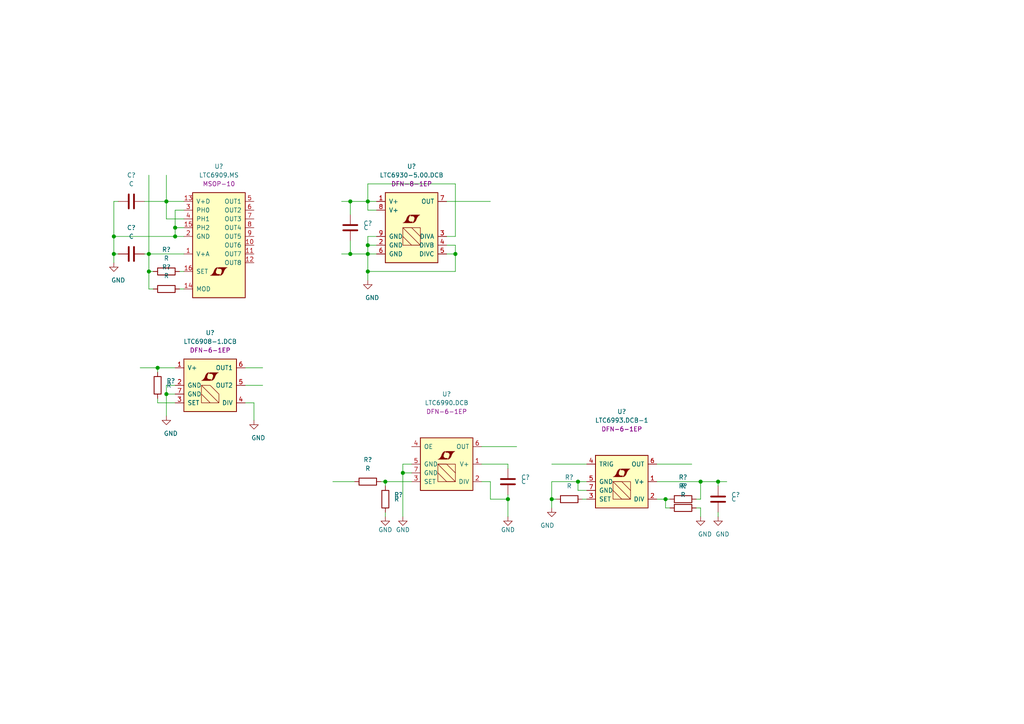
<source format=kicad_sch>
(kicad_sch (version 20201015) (generator eeschema)
  (paper "A4")
  (lib_symbols
    (symbol "ADI_Timing:LTC6908-1.DCB" (pin_names (offset 1.016))
      (property "Reference" "U" (at -7.62 11.43 0))
      (property "Value" "LTC6908-1.DCB" (at -7.62 8.89 0))
      (property "Datasheet" "http://www.linear.com/product/LTC6908-1" (at 15.24 -22.86 0))
      (symbol "LTC6908-1.DCB_0_0"
        (polyline (pts (xy 0.2032 1.5494) (xy 0.2286 1.5748) (xy 0.2794 1.6764) (xy 0.2794 1.7018) (xy 0.1524 1.7018) (xy 0.0508 1.7272) (xy -0.4064 1.7272) (xy -0.4318 1.7526) (xy -0.6858 1.8796) (xy -0.7874 1.9812) (xy -0.8636 2.1082) (xy -0.9144 2.2098) (xy -0.9144 2.5146) (xy -0.8636 2.667) (xy -0.8382 2.7686) (xy -0.8128 2.8448) (xy -0.762 2.9718) (xy -0.7112 3.1242) (xy -0.635 3.2512) (xy -0.5842 3.3782) (xy -0.508 3.4798) (xy -0.4572 3.5814) (xy -0.3302 3.7084) (xy -0.508 3.7084) (xy -0.635 3.6576) (xy -0.7366 3.6068) (xy -0.8128 3.556) (xy -0.9398 3.4544) (xy -1.1176 3.2766) (xy -1.3716 2.8194) (xy -1.4732 2.54) (xy -1.4732 2.4892) (xy -1.524 2.3876) (xy -1.5748 2.2606) (xy -1.6256 2.159) (xy -1.7526 1.9812) (xy -1.905 1.778) (xy -2.0574 1.6256) (xy -2.2098 1.4986) (xy -2.3876 1.4224) (xy -2.54 1.3716) (xy 0.127 1.3716) (xy 0.2032 1.5494)) (stroke (width 0.0254)) (fill (type outline)))
        (polyline (pts (xy 0.4064 1.397) (xy 0.4826 1.397) (xy 0.6604 1.4732) (xy 0.8128 1.5748) (xy 1.0922 1.8542) (xy 1.2192 2.0574) (xy 1.3208 2.2606) (xy 1.397 2.5146) (xy 1.4224 2.5146) (xy 1.4986 2.7686) (xy 1.7526 3.175) (xy 1.905 3.3528) (xy 2.0574 3.5052) (xy 2.2098 3.6068) (xy 2.3876 3.683) (xy 2.413 3.683) (xy 2.413 3.7084) (xy -0.1524 3.7084) (xy -0.2286 3.556) (xy -0.254 3.5306) (xy -0.3048 3.429) (xy -0.3302 3.4036) (xy -0.2794 3.4036) (xy -0.2286 3.3782) (xy 0.3048 3.3782) (xy 0.3556 3.3528) (xy 0.4064 3.3528) (xy 0.4826 3.3274) (xy 0.6096 3.2512) (xy 0.7366 3.1496) (xy 0.8128 3.0226) (xy 0.8382 2.9718) (xy 0.8636 2.9464) (xy 0.8636 2.54) (xy 0.8382 2.4892) (xy 0.8382 2.413) (xy 0.7874 2.3114) (xy 0.762 2.1844) (xy 0.6858 2.032) (xy 0.635 1.8796) (xy 0.4826 1.6256) (xy 0.4318 1.524) (xy 0.2794 1.3716) (xy 0.4064 1.397)) (stroke (width 0.0254)) (fill (type outline)))
      )
      (symbol "LTC6908-1.DCB_0_1"
        (rectangle (start -7.62 7.62) (end 7.62 -7.62) (stroke (width 0.254)) (fill (type background)))
        (polyline (pts (xy 0 0) (xy -2.54 0) (xy -2.54 -5.08) (xy 2.54 -5.08) (xy 2.54 -2.54) (xy 0 0) (xy -2.54 0) (xy 2.54 -5.08) (xy 0 -5.08) (xy -2.54 -2.54)))
      )
      (symbol "LTC6908-1.DCB_1_1"
        (pin power_in line (at -10.16 5.08 0) (length 2.54) (name "V+") (number "1"))
        (pin power_in line (at -10.16 0 0) (length 2.54) (name "GND") (number "2"))
        (pin passive line (at -10.16 -5.08 0) (length 2.54) (name "SET") (number "3"))
        (pin passive line (at 10.16 -5.08 180) (length 2.54) (name "DIV") (number "4"))
        (pin output line (at 10.16 0 180) (length 2.54) (name "OUT2") (number "5"))
        (pin output line (at 10.16 5.08 180) (length 2.54) (name "OUT1") (number "6"))
        (pin power_in line (at -10.16 -2.54 0) (length 2.54) (name "GND") (number "7"))
      )
    )
    (symbol "ADI_Timing:LTC6909.MS" (pin_names (offset 1.016))
      (property "Reference" "U" (at -7.62 19.05 0))
      (property "Value" "LTC6909.MS" (at -7.62 16.51 0))
      (property "Datasheet" "http://www.linear.com/product/LTC6909" (at 15.24 -22.86 0))
      (symbol "LTC6909.MS_0_0"
        (polyline (pts (xy 0.2032 -8.6106) (xy 0.2286 -8.5852) (xy 0.2794 -8.4836) (xy 0.2794 -8.4582) (xy 0.1524 -8.4582) (xy 0.0508 -8.4328) (xy -0.4064 -8.4328) (xy -0.4318 -8.4074) (xy -0.6858 -8.2804) (xy -0.7874 -8.1788) (xy -0.8636 -8.0518) (xy -0.9144 -7.9502) (xy -0.9144 -7.6454) (xy -0.8636 -7.493) (xy -0.8382 -7.3914) (xy -0.8128 -7.3152) (xy -0.762 -7.1882) (xy -0.7112 -7.0358) (xy -0.635 -6.9088) (xy -0.5842 -6.7818) (xy -0.508 -6.6802) (xy -0.4572 -6.5786) (xy -0.3302 -6.4516) (xy -0.508 -6.4516) (xy -0.635 -6.5024) (xy -0.7366 -6.5532) (xy -0.8128 -6.604) (xy -0.9398 -6.7056) (xy -1.1176 -6.8834) (xy -1.3716 -7.3406) (xy -1.4732 -7.62) (xy -1.4732 -7.6708) (xy -1.524 -7.7724) (xy -1.5748 -7.8994) (xy -1.6256 -8.001) (xy -1.7526 -8.1788) (xy -1.905 -8.382) (xy -2.0574 -8.5344) (xy -2.2098 -8.6614) (xy -2.3876 -8.7376) (xy -2.54 -8.7884) (xy 0.127 -8.7884) (xy 0.2032 -8.6106)) (stroke (width 0.0254)) (fill (type outline)))
        (polyline (pts (xy 0.4064 -8.763) (xy 0.4826 -8.763) (xy 0.6604 -8.6868) (xy 0.8128 -8.5852) (xy 1.0922 -8.3058) (xy 1.2192 -8.1026) (xy 1.3208 -7.8994) (xy 1.397 -7.6454) (xy 1.4224 -7.6454) (xy 1.4986 -7.3914) (xy 1.7526 -6.985) (xy 1.905 -6.8072) (xy 2.0574 -6.6548) (xy 2.2098 -6.5532) (xy 2.3876 -6.477) (xy 2.413 -6.477) (xy 2.413 -6.4516) (xy -0.1524 -6.4516) (xy -0.2286 -6.604) (xy -0.254 -6.6294) (xy -0.3048 -6.731) (xy -0.3302 -6.7564) (xy -0.2794 -6.7564) (xy -0.2286 -6.7818) (xy 0.3048 -6.7818) (xy 0.3556 -6.8072) (xy 0.4064 -6.8072) (xy 0.4826 -6.8326) (xy 0.6096 -6.9088) (xy 0.7366 -7.0104) (xy 0.8128 -7.1374) (xy 0.8382 -7.1882) (xy 0.8636 -7.2136) (xy 0.8636 -7.62) (xy 0.8382 -7.6708) (xy 0.8382 -7.747) (xy 0.7874 -7.8486) (xy 0.762 -7.9756) (xy 0.6858 -8.128) (xy 0.635 -8.2804) (xy 0.4826 -8.5344) (xy 0.4318 -8.636) (xy 0.2794 -8.7884) (xy 0.4064 -8.763)) (stroke (width 0.0254)) (fill (type outline)))
      )
      (symbol "LTC6909.MS_0_1"
        (rectangle (start -7.62 15.24) (end 7.62 -15.24) (stroke (width 0.254)) (fill (type background)))
      )
      (symbol "LTC6909.MS_1_1"
        (pin power_in line (at -10.16 -2.54 0) (length 2.54) (name "V+A") (number "1"))
        (pin power_in line (at -10.16 2.54 0) (length 2.54) (name "GND") (number "2"))
        (pin input line (at -10.16 10.16 0) (length 2.54) (name "PH0") (number "3"))
        (pin input line (at -10.16 7.62 0) (length 2.54) (name "PH1") (number "4"))
        (pin output line (at 10.16 12.7 180) (length 2.54) (name "OUT1") (number "5"))
        (pin output line (at 10.16 10.16 180) (length 2.54) (name "OUT2") (number "6"))
        (pin output line (at 10.16 7.62 180) (length 2.54) (name "OUT3") (number "7"))
        (pin output line (at 10.16 5.08 180) (length 2.54) (name "OUT4") (number "8"))
        (pin output line (at 10.16 2.54 180) (length 2.54) (name "OUT5") (number "9"))
        (pin output line (at 10.16 0 180) (length 2.54) (name "OUT6") (number "10"))
        (pin output line (at 10.16 -2.54 180) (length 2.54) (name "OUT7") (number "11"))
        (pin output line (at 10.16 -5.08 180) (length 2.54) (name "OUT8") (number "12"))
        (pin power_in line (at -10.16 12.7 0) (length 2.54) (name "V+D") (number "13"))
        (pin passive line (at -10.16 -12.7 0) (length 2.54) (name "MOD") (number "14"))
        (pin input line (at -10.16 5.08 0) (length 2.54) (name "PH2") (number "15"))
        (pin passive line (at -10.16 -7.62 0) (length 2.54) (name "SET") (number "16"))
      )
    )
    (symbol "ADI_Timing:LTC6930-5.00.DCB" (pin_names (offset 1.016))
      (property "Reference" "U" (at -7.62 13.97 0))
      (property "Value" "LTC6930-5.00.DCB" (at -7.62 11.43 0))
      (property "Datasheet" "http://www.linear.com/product/LTC6930" (at 15.24 -22.86 0))
      (symbol "LTC6930-5.00.DCB_0_0"
        (polyline (pts (xy 0.2032 1.5494) (xy 0.2286 1.5748) (xy 0.2794 1.6764) (xy 0.2794 1.7018) (xy 0.1524 1.7018) (xy 0.0508 1.7272) (xy -0.4064 1.7272) (xy -0.4318 1.7526) (xy -0.6858 1.8796) (xy -0.7874 1.9812) (xy -0.8636 2.1082) (xy -0.9144 2.2098) (xy -0.9144 2.5146) (xy -0.8636 2.667) (xy -0.8382 2.7686) (xy -0.8128 2.8448) (xy -0.762 2.9718) (xy -0.7112 3.1242) (xy -0.635 3.2512) (xy -0.5842 3.3782) (xy -0.508 3.4798) (xy -0.4572 3.5814) (xy -0.3302 3.7084) (xy -0.508 3.7084) (xy -0.635 3.6576) (xy -0.7366 3.6068) (xy -0.8128 3.556) (xy -0.9398 3.4544) (xy -1.1176 3.2766) (xy -1.3716 2.8194) (xy -1.4732 2.54) (xy -1.4732 2.4892) (xy -1.524 2.3876) (xy -1.5748 2.2606) (xy -1.6256 2.159) (xy -1.7526 1.9812) (xy -1.905 1.778) (xy -2.0574 1.6256) (xy -2.2098 1.4986) (xy -2.3876 1.4224) (xy -2.54 1.3716) (xy 0.127 1.3716) (xy 0.2032 1.5494)) (stroke (width 0.0254)) (fill (type outline)))
        (polyline (pts (xy 0.4064 1.397) (xy 0.4826 1.397) (xy 0.6604 1.4732) (xy 0.8128 1.5748) (xy 1.0922 1.8542) (xy 1.2192 2.0574) (xy 1.3208 2.2606) (xy 1.397 2.5146) (xy 1.4224 2.5146) (xy 1.4986 2.7686) (xy 1.7526 3.175) (xy 1.905 3.3528) (xy 2.0574 3.5052) (xy 2.2098 3.6068) (xy 2.3876 3.683) (xy 2.413 3.683) (xy 2.413 3.7084) (xy -0.1524 3.7084) (xy -0.2286 3.556) (xy -0.254 3.5306) (xy -0.3048 3.429) (xy -0.3302 3.4036) (xy -0.2794 3.4036) (xy -0.2286 3.3782) (xy 0.3048 3.3782) (xy 0.3556 3.3528) (xy 0.4064 3.3528) (xy 0.4826 3.3274) (xy 0.6096 3.2512) (xy 0.7366 3.1496) (xy 0.8128 3.0226) (xy 0.8382 2.9718) (xy 0.8636 2.9464) (xy 0.8636 2.54) (xy 0.8382 2.4892) (xy 0.8382 2.413) (xy 0.7874 2.3114) (xy 0.762 2.1844) (xy 0.6858 2.032) (xy 0.635 1.8796) (xy 0.4826 1.6256) (xy 0.4318 1.524) (xy 0.2794 1.3716) (xy 0.4064 1.397)) (stroke (width 0.0254)) (fill (type outline)))
      )
      (symbol "LTC6930-5.00.DCB_0_1"
        (rectangle (start -7.62 10.16) (end 7.62 -10.16) (stroke (width 0.254)) (fill (type background)))
        (rectangle (start 2.54 0) (end -2.54 -5.08))
        (polyline (pts (xy -2.54 -2.54) (xy 0 -5.08) (xy 2.54 -5.08) (xy -2.54 0) (xy 0 0) (xy 2.54 -2.54)))
      )
      (symbol "LTC6930-5.00.DCB_0_2"
        (rectangle (start -7.62 7.62) (end 7.62 -7.62) (stroke (width 0.254)) (fill (type background)))
        (rectangle (start -2.54 -5.08) (end 2.54 0))
        (polyline (pts (xy -2.54 -2.54) (xy 0 -5.08) (xy 2.54 -5.08) (xy -2.54 0) (xy 0 0) (xy 2.54 -2.54)))
      )
      (symbol "LTC6930-5.00.DCB_1_1"
        (pin power_in line (at -10.16 7.62 0) (length 2.54) (name "V+") (number "1"))
        (pin power_in line (at -10.16 -5.08 0) (length 2.54) (name "GND") (number "2"))
        (pin input line (at 10.16 -2.54 180) (length 2.54) (name "DIVA") (number "3"))
        (pin input line (at 10.16 -5.08 180) (length 2.54) (name "DIVB") (number "4"))
        (pin input line (at 10.16 -7.62 180) (length 2.54) (name "DIVC") (number "5"))
        (pin power_in line (at -10.16 -7.62 0) (length 2.54) (name "GND") (number "6"))
        (pin output line (at 10.16 7.62 180) (length 2.54) (name "OUT") (number "7"))
        (pin power_in line (at -10.16 5.08 0) (length 2.54) (name "V+") (number "8"))
        (pin power_in line (at -10.16 -2.54 0) (length 2.54) (name "GND") (number "9"))
      )
      (symbol "LTC6930-5.00.DCB_1_2"
        (pin power_in line (at -10.16 5.08 0) (length 2.54) (name "V+") (number "1"))
        (pin power_in line (at -10.16 -2.54 0) (length 2.54) (name "GND") (number "2"))
        (pin input line (at 10.16 0 180) (length 2.54) (name "DIVA") (number "3"))
        (pin input line (at 10.16 -2.54 180) (length 2.54) (name "DIVB") (number "4"))
        (pin input line (at 10.16 -5.08 180) (length 2.54) (name "DIVC") (number "5"))
        (pin power_in line (at -10.16 -5.08 0) (length 2.54) (name "GND") (number "6"))
        (pin output line (at 10.16 5.08 180) (length 2.54) (name "OUT") (number "7"))
        (pin power_in line (at -10.16 2.54 0) (length 2.54) (name "V+") (number "8"))
        (pin power_in line (at -10.16 0 0) (length 2.54) (name "GND") (number "9"))
      )
    )
    (symbol "ADI_Timing:LTC6990.DCB" (pin_names (offset 1.016))
      (property "Reference" "U" (at -7.62 11.43 0))
      (property "Value" "LTC6990.DCB" (at -7.62 8.89 0))
      (property "Datasheet" "http://www.linear.com/product/LTC6990" (at 15.24 -22.86 0))
      (symbol "LTC6990.DCB_0_0"
        (polyline (pts (xy 0.2032 1.5494) (xy 0.2286 1.5748) (xy 0.2794 1.6764) (xy 0.2794 1.7018) (xy 0.1524 1.7018) (xy 0.0508 1.7272) (xy -0.4064 1.7272) (xy -0.4318 1.7526) (xy -0.6858 1.8796) (xy -0.7874 1.9812) (xy -0.8636 2.1082) (xy -0.9144 2.2098) (xy -0.9144 2.5146) (xy -0.8636 2.667) (xy -0.8382 2.7686) (xy -0.8128 2.8448) (xy -0.762 2.9718) (xy -0.7112 3.1242) (xy -0.635 3.2512) (xy -0.5842 3.3782) (xy -0.508 3.4798) (xy -0.4572 3.5814) (xy -0.3302 3.7084) (xy -0.508 3.7084) (xy -0.635 3.6576) (xy -0.7366 3.6068) (xy -0.8128 3.556) (xy -0.9398 3.4544) (xy -1.1176 3.2766) (xy -1.3716 2.8194) (xy -1.4732 2.54) (xy -1.4732 2.4892) (xy -1.524 2.3876) (xy -1.5748 2.2606) (xy -1.6256 2.159) (xy -1.7526 1.9812) (xy -1.905 1.778) (xy -2.0574 1.6256) (xy -2.2098 1.4986) (xy -2.3876 1.4224) (xy -2.54 1.3716) (xy 0.127 1.3716) (xy 0.2032 1.5494)) (stroke (width 0.0254)) (fill (type outline)))
        (polyline (pts (xy 0.4064 1.397) (xy 0.4826 1.397) (xy 0.6604 1.4732) (xy 0.8128 1.5748) (xy 1.0922 1.8542) (xy 1.2192 2.0574) (xy 1.3208 2.2606) (xy 1.397 2.5146) (xy 1.4224 2.5146) (xy 1.4986 2.7686) (xy 1.7526 3.175) (xy 1.905 3.3528) (xy 2.0574 3.5052) (xy 2.2098 3.6068) (xy 2.3876 3.683) (xy 2.413 3.683) (xy 2.413 3.7084) (xy -0.1524 3.7084) (xy -0.2286 3.556) (xy -0.254 3.5306) (xy -0.3048 3.429) (xy -0.3302 3.4036) (xy -0.2794 3.4036) (xy -0.2286 3.3782) (xy 0.3048 3.3782) (xy 0.3556 3.3528) (xy 0.4064 3.3528) (xy 0.4826 3.3274) (xy 0.6096 3.2512) (xy 0.7366 3.1496) (xy 0.8128 3.0226) (xy 0.8382 2.9718) (xy 0.8636 2.9464) (xy 0.8636 2.54) (xy 0.8382 2.4892) (xy 0.8382 2.413) (xy 0.7874 2.3114) (xy 0.762 2.1844) (xy 0.6858 2.032) (xy 0.635 1.8796) (xy 0.4826 1.6256) (xy 0.4318 1.524) (xy 0.2794 1.3716) (xy 0.4064 1.397)) (stroke (width 0.0254)) (fill (type outline)))
      )
      (symbol "LTC6990.DCB_0_1"
        (rectangle (start -7.62 7.62) (end 7.62 -7.62) (stroke (width 0.254)) (fill (type background)))
        (rectangle (start -2.54 -5.08) (end 2.54 0))
        (polyline (pts (xy -2.54 -2.54) (xy 0 -5.08) (xy 2.54 -5.08) (xy -2.54 0) (xy 0 0) (xy 2.54 -2.54)))
      )
      (symbol "LTC6990.DCB_1_1"
        (pin power_in line (at 10.16 0 180) (length 2.54) (name "V+") (number "1"))
        (pin passive line (at 10.16 -5.08 180) (length 2.54) (name "DIV") (number "2"))
        (pin passive line (at -10.16 -5.08 0) (length 2.54) (name "SET") (number "3"))
        (pin passive line (at -10.16 5.08 0) (length 2.54) (name "OE") (number "4"))
        (pin power_in line (at -10.16 0 0) (length 2.54) (name "GND") (number "5"))
        (pin output line (at 10.16 5.08 180) (length 2.54) (name "OUT") (number "6"))
        (pin power_in line (at -10.16 -2.54 0) (length 2.54) (name "GND") (number "7"))
      )
    )
    (symbol "ADI_Timing:LTC6993.DCB-1" (pin_names (offset 1.016))
      (property "Reference" "U" (at -7.62 11.43 0))
      (property "Value" "LTC6993.DCB-1" (at -7.62 8.89 0))
      (property "Datasheet" "http://www.linear.com/product/LTC6993-1" (at 15.24 -17.78 0))
      (symbol "LTC6993.DCB-1_0_0"
        (polyline (pts (xy 0.2032 1.5494) (xy 0.2286 1.5748) (xy 0.2794 1.6764) (xy 0.2794 1.7018) (xy 0.1524 1.7018) (xy 0.0508 1.7272) (xy -0.4064 1.7272) (xy -0.4318 1.7526) (xy -0.6858 1.8796) (xy -0.7874 1.9812) (xy -0.8636 2.1082) (xy -0.9144 2.2098) (xy -0.9144 2.5146) (xy -0.8636 2.667) (xy -0.8382 2.7686) (xy -0.8128 2.8448) (xy -0.762 2.9718) (xy -0.7112 3.1242) (xy -0.635 3.2512) (xy -0.5842 3.3782) (xy -0.508 3.4798) (xy -0.4572 3.5814) (xy -0.3302 3.7084) (xy -0.508 3.7084) (xy -0.635 3.6576) (xy -0.7366 3.6068) (xy -0.8128 3.556) (xy -0.9398 3.4544) (xy -1.1176 3.2766) (xy -1.3716 2.8194) (xy -1.4732 2.54) (xy -1.4732 2.4892) (xy -1.524 2.3876) (xy -1.5748 2.2606) (xy -1.6256 2.159) (xy -1.7526 1.9812) (xy -1.905 1.778) (xy -2.0574 1.6256) (xy -2.2098 1.4986) (xy -2.3876 1.4224) (xy -2.54 1.3716) (xy 0.127 1.3716) (xy 0.2032 1.5494)) (stroke (width 0.0254)) (fill (type outline)))
        (polyline (pts (xy 0.4064 1.397) (xy 0.4826 1.397) (xy 0.6604 1.4732) (xy 0.8128 1.5748) (xy 1.0922 1.8542) (xy 1.2192 2.0574) (xy 1.3208 2.2606) (xy 1.397 2.5146) (xy 1.4224 2.5146) (xy 1.4986 2.7686) (xy 1.7526 3.175) (xy 1.905 3.3528) (xy 2.0574 3.5052) (xy 2.2098 3.6068) (xy 2.3876 3.683) (xy 2.413 3.683) (xy 2.413 3.7084) (xy -0.1524 3.7084) (xy -0.2286 3.556) (xy -0.254 3.5306) (xy -0.3048 3.429) (xy -0.3302 3.4036) (xy -0.2794 3.4036) (xy -0.2286 3.3782) (xy 0.3048 3.3782) (xy 0.3556 3.3528) (xy 0.4064 3.3528) (xy 0.4826 3.3274) (xy 0.6096 3.2512) (xy 0.7366 3.1496) (xy 0.8128 3.0226) (xy 0.8382 2.9718) (xy 0.8636 2.9464) (xy 0.8636 2.54) (xy 0.8382 2.4892) (xy 0.8382 2.413) (xy 0.7874 2.3114) (xy 0.762 2.1844) (xy 0.6858 2.032) (xy 0.635 1.8796) (xy 0.4826 1.6256) (xy 0.4318 1.524) (xy 0.2794 1.3716) (xy 0.4064 1.397)) (stroke (width 0.0254)) (fill (type outline)))
      )
      (symbol "LTC6993.DCB-1_0_1"
        (rectangle (start -7.62 7.62) (end 7.62 -7.62) (stroke (width 0.254)) (fill (type background)))
        (rectangle (start -2.54 -5.08) (end 2.54 0))
        (polyline (pts (xy -2.54 -2.54) (xy 0 -5.08) (xy 2.54 -5.08) (xy -2.54 0) (xy 0 0) (xy 2.54 -2.54)))
      )
      (symbol "LTC6993.DCB-1_1_1"
        (pin power_in line (at 10.16 0 180) (length 2.54) (name "V+") (number "1"))
        (pin passive line (at 10.16 -5.08 180) (length 2.54) (name "DIV") (number "2"))
        (pin passive line (at -10.16 -5.08 0) (length 2.54) (name "SET") (number "3"))
        (pin passive line (at -10.16 5.08 0) (length 2.54) (name "TRIG") (number "4"))
        (pin power_in line (at -10.16 0 0) (length 2.54) (name "GND") (number "5"))
        (pin output line (at 10.16 5.08 180) (length 2.54) (name "OUT") (number "6"))
        (pin power_in line (at -10.16 -2.54 0) (length 2.54) (name "GND") (number "7"))
      )
    )
    (symbol "Device:C" (pin_numbers hide) (pin_names (offset 0.254))
      (property "Reference" "C" (at 0.635 2.54 0))
      (property "Value" "C" (at 0.635 -2.54 0))
      (symbol "C_0_1"
        (polyline (pts (xy -2.032 -0.762) (xy 2.032 -0.762)) (stroke (width 0.508)))
        (polyline (pts (xy -2.032 0.762) (xy 2.032 0.762)) (stroke (width 0.508)))
      )
      (symbol "C_1_1"
        (pin passive line (at 0 3.81 270) (length 2.794) (name "~") (number "1"))
        (pin passive line (at 0 -3.81 90) (length 2.794) (name "~") (number "2"))
      )
    )
    (symbol "Device:R" (pin_numbers hide) (pin_names (offset 0))
      (property "Reference" "R" (at 2.032 0 90))
      (property "Value" "R" (at 0 0 90))
      (symbol "R_0_1"
        (rectangle (start -1.016 -2.54) (end 1.016 2.54) (stroke (width 0.254)))
      )
      (symbol "R_1_1"
        (pin passive line (at 0 3.81 270) (length 1.27) (name "~") (number "1"))
        (pin passive line (at 0 -3.81 90) (length 1.27) (name "~") (number "2"))
      )
    )
    (symbol "power:GND" (power) (pin_names (offset 0))
      (property "Value" "GND" (at 0 -3.81 0))
      (symbol "GND_0_1"
        (polyline (pts (xy 0 0) (xy 0 -1.27) (xy 1.27 -1.27) (xy 0 -2.54) (xy -1.27 -1.27) (xy 0 -1.27)))
      )
      (symbol "GND_1_1"
        (pin power_in line (at 0 0 270) (length 0) hide (name "GND") (number "1"))
      )
    )
  )
  (junction (at 33.02 68.58) (diameter 1.016))
  (junction (at 33.02 73.66) (diameter 1.016))
  (junction (at 43.18 73.66) (diameter 1.016))
  (junction (at 43.18 78.74) (diameter 1.016))
  (junction (at 45.72 106.68) (diameter 1.016))
  (junction (at 48.26 58.42) (diameter 1.016))
  (junction (at 48.26 114.3) (diameter 1.016))
  (junction (at 50.8 66.04) (diameter 1.016))
  (junction (at 50.8 68.58) (diameter 1.016))
  (junction (at 101.6 58.42) (diameter 1.016))
  (junction (at 101.6 73.66) (diameter 1.016))
  (junction (at 106.68 58.42) (diameter 1.016))
  (junction (at 106.68 71.12) (diameter 1.016))
  (junction (at 106.68 73.66) (diameter 1.016))
  (junction (at 106.68 78.74) (diameter 1.016))
  (junction (at 111.76 139.7) (diameter 1.016))
  (junction (at 116.84 137.16) (diameter 1.016))
  (junction (at 132.08 73.66) (diameter 1.016))
  (junction (at 147.32 144.78) (diameter 1.016))
  (junction (at 160.02 144.78) (diameter 1.016))
  (junction (at 167.64 139.7) (diameter 1.016))
  (junction (at 193.04 144.78) (diameter 1.016))
  (junction (at 203.2 139.7) (diameter 1.016))
  (junction (at 208.28 139.7) (diameter 1.016))
  (wire (pts (xy 33.02 58.42) (xy 33.02 68.58)))
  (wire (pts (xy 33.02 58.42) (xy 34.29 58.42)))
  (wire (pts (xy 33.02 68.58) (xy 33.02 73.66)))
  (wire (pts (xy 33.02 68.58) (xy 50.8 68.58)))
  (wire (pts (xy 33.02 73.66) (xy 33.02 76.2)))
  (wire (pts (xy 33.02 73.66) (xy 34.29 73.66)))
  (wire (pts (xy 40.64 106.68) (xy 45.72 106.68)))
  (wire (pts (xy 41.91 58.42) (xy 48.26 58.42)))
  (wire (pts (xy 41.91 73.66) (xy 43.18 73.66)))
  (wire (pts (xy 43.18 50.8) (xy 43.18 73.66)))
  (wire (pts (xy 43.18 73.66) (xy 43.18 78.74)))
  (wire (pts (xy 43.18 73.66) (xy 53.34 73.66)))
  (wire (pts (xy 43.18 78.74) (xy 43.18 83.82)))
  (wire (pts (xy 43.18 83.82) (xy 44.45 83.82)))
  (wire (pts (xy 44.45 78.74) (xy 43.18 78.74)))
  (wire (pts (xy 45.72 106.68) (xy 45.72 107.95)))
  (wire (pts (xy 45.72 106.68) (xy 50.8 106.68)))
  (wire (pts (xy 45.72 116.84) (xy 45.72 115.57)))
  (wire (pts (xy 45.72 116.84) (xy 50.8 116.84)))
  (wire (pts (xy 48.26 50.8) (xy 48.26 58.42)))
  (wire (pts (xy 48.26 58.42) (xy 48.26 63.5)))
  (wire (pts (xy 48.26 58.42) (xy 53.34 58.42)))
  (wire (pts (xy 48.26 63.5) (xy 53.34 63.5)))
  (wire (pts (xy 48.26 111.76) (xy 48.26 114.3)))
  (wire (pts (xy 48.26 114.3) (xy 48.26 120.65)))
  (wire (pts (xy 50.8 60.96) (xy 50.8 66.04)))
  (wire (pts (xy 50.8 66.04) (xy 50.8 68.58)))
  (wire (pts (xy 50.8 68.58) (xy 53.34 68.58)))
  (wire (pts (xy 50.8 111.76) (xy 48.26 111.76)))
  (wire (pts (xy 50.8 114.3) (xy 48.26 114.3)))
  (wire (pts (xy 52.07 78.74) (xy 53.34 78.74)))
  (wire (pts (xy 52.07 83.82) (xy 53.34 83.82)))
  (wire (pts (xy 53.34 60.96) (xy 50.8 60.96)))
  (wire (pts (xy 53.34 66.04) (xy 50.8 66.04)))
  (wire (pts (xy 71.12 106.68) (xy 76.2 106.68)))
  (wire (pts (xy 71.12 111.76) (xy 76.2 111.76)))
  (wire (pts (xy 71.12 116.84) (xy 73.66 116.84)))
  (wire (pts (xy 73.66 116.84) (xy 73.66 121.92)))
  (wire (pts (xy 99.06 58.42) (xy 101.6 58.42)))
  (wire (pts (xy 99.06 73.66) (xy 101.6 73.66)))
  (wire (pts (xy 101.6 58.42) (xy 106.68 58.42)))
  (wire (pts (xy 101.6 62.23) (xy 101.6 58.42)))
  (wire (pts (xy 101.6 69.85) (xy 101.6 73.66)))
  (wire (pts (xy 101.6 73.66) (xy 106.68 73.66)))
  (wire (pts (xy 102.87 139.7) (xy 96.52 139.7)))
  (wire (pts (xy 106.68 53.34) (xy 106.68 58.42)))
  (wire (pts (xy 106.68 58.42) (xy 106.68 60.96)))
  (wire (pts (xy 106.68 58.42) (xy 109.22 58.42)))
  (wire (pts (xy 106.68 60.96) (xy 109.22 60.96)))
  (wire (pts (xy 106.68 68.58) (xy 106.68 71.12)))
  (wire (pts (xy 106.68 71.12) (xy 106.68 73.66)))
  (wire (pts (xy 106.68 73.66) (xy 106.68 78.74)))
  (wire (pts (xy 106.68 73.66) (xy 109.22 73.66)))
  (wire (pts (xy 106.68 78.74) (xy 106.68 81.28)))
  (wire (pts (xy 109.22 68.58) (xy 106.68 68.58)))
  (wire (pts (xy 109.22 71.12) (xy 106.68 71.12)))
  (wire (pts (xy 110.49 139.7) (xy 111.76 139.7)))
  (wire (pts (xy 111.76 139.7) (xy 111.76 140.97)))
  (wire (pts (xy 111.76 139.7) (xy 119.38 139.7)))
  (wire (pts (xy 111.76 148.59) (xy 111.76 149.86)))
  (wire (pts (xy 116.84 134.62) (xy 116.84 137.16)))
  (wire (pts (xy 116.84 137.16) (xy 116.84 149.86)))
  (wire (pts (xy 119.38 134.62) (xy 116.84 134.62)))
  (wire (pts (xy 119.38 137.16) (xy 116.84 137.16)))
  (wire (pts (xy 129.54 58.42) (xy 142.24 58.42)))
  (wire (pts (xy 129.54 68.58) (xy 132.08 68.58)))
  (wire (pts (xy 129.54 71.12) (xy 132.08 71.12)))
  (wire (pts (xy 129.54 73.66) (xy 132.08 73.66)))
  (wire (pts (xy 132.08 53.34) (xy 106.68 53.34)))
  (wire (pts (xy 132.08 68.58) (xy 132.08 53.34)))
  (wire (pts (xy 132.08 71.12) (xy 132.08 73.66)))
  (wire (pts (xy 132.08 73.66) (xy 132.08 78.74)))
  (wire (pts (xy 132.08 78.74) (xy 106.68 78.74)))
  (wire (pts (xy 139.7 129.54) (xy 149.86 129.54)))
  (wire (pts (xy 139.7 134.62) (xy 147.32 134.62)))
  (wire (pts (xy 139.7 139.7) (xy 142.24 139.7)))
  (wire (pts (xy 142.24 144.78) (xy 142.24 139.7)))
  (wire (pts (xy 147.32 134.62) (xy 147.32 135.89)))
  (wire (pts (xy 147.32 143.51) (xy 147.32 144.78)))
  (wire (pts (xy 147.32 144.78) (xy 142.24 144.78)))
  (wire (pts (xy 147.32 144.78) (xy 147.32 149.86)))
  (wire (pts (xy 160.02 139.7) (xy 160.02 144.78)))
  (wire (pts (xy 160.02 139.7) (xy 167.64 139.7)))
  (wire (pts (xy 160.02 144.78) (xy 160.02 147.32)))
  (wire (pts (xy 161.29 144.78) (xy 160.02 144.78)))
  (wire (pts (xy 167.64 139.7) (xy 170.18 139.7)))
  (wire (pts (xy 167.64 142.24) (xy 167.64 139.7)))
  (wire (pts (xy 168.91 144.78) (xy 170.18 144.78)))
  (wire (pts (xy 170.18 134.62) (xy 160.02 134.62)))
  (wire (pts (xy 170.18 142.24) (xy 167.64 142.24)))
  (wire (pts (xy 190.5 134.62) (xy 200.66 134.62)))
  (wire (pts (xy 190.5 139.7) (xy 203.2 139.7)))
  (wire (pts (xy 190.5 144.78) (xy 193.04 144.78)))
  (wire (pts (xy 193.04 144.78) (xy 193.04 147.32)))
  (wire (pts (xy 193.04 144.78) (xy 194.31 144.78)))
  (wire (pts (xy 193.04 147.32) (xy 194.31 147.32)))
  (wire (pts (xy 201.93 144.78) (xy 203.2 144.78)))
  (wire (pts (xy 201.93 147.32) (xy 203.2 147.32)))
  (wire (pts (xy 203.2 139.7) (xy 208.28 139.7)))
  (wire (pts (xy 203.2 144.78) (xy 203.2 139.7)))
  (wire (pts (xy 203.2 147.32) (xy 203.2 149.86)))
  (wire (pts (xy 208.28 139.7) (xy 208.28 140.97)))
  (wire (pts (xy 208.28 139.7) (xy 210.82 139.7)))
  (wire (pts (xy 208.28 148.59) (xy 208.28 149.86)))
  (symbol (lib_id "power:GND") (at 33.02 76.2 0) (unit 1)
    (property "Reference" "#PWR?" (effects hide))
    (property "Value" "GND" (at 34.29 81.28 0))
  )
  (symbol (lib_id "power:GND") (at 48.26 120.65 0) (unit 1)
    (property "Reference" "#PWR?" (effects hide))
    (property "Value" "GND" (at 49.53 125.73 0))
  )
  (symbol (lib_id "power:GND") (at 73.66 121.92 0) (unit 1)
    (property "Reference" "#PWR?" (effects hide))
    (property "Value" "GND" (at 74.93 127 0))
  )
  (symbol (lib_id "power:GND") (at 106.68 81.28 0) (unit 1)
    (property "Reference" "#PWR?" (effects hide))
    (property "Value" "GND" (at 107.95 86.36 0))
  )
  (symbol (lib_id "power:GND") (at 111.76 149.86 0) (unit 1)
    (property "Reference" "#PWR?" (effects hide))
    (property "Value" "GND" (at 111.76 153.67 0))
  )
  (symbol (lib_id "power:GND") (at 116.84 149.86 0) (unit 1)
    (property "Reference" "#PWR?" (effects hide))
    (property "Value" "GND" (at 116.84 153.67 0))
  )
  (symbol (lib_id "power:GND") (at 147.32 149.86 0) (unit 1)
    (property "Reference" "#PWR?" (effects hide))
    (property "Value" "GND" (at 147.32 153.67 0))
  )
  (symbol (lib_id "power:GND") (at 160.02 147.32 0) (mirror y) (unit 1)
    (property "Reference" "#PWR?" (effects hide))
    (property "Value" "GND" (at 158.75 152.4 0))
  )
  (symbol (lib_id "power:GND") (at 203.2 149.86 0) (unit 1)
    (property "Reference" "#PWR?" (effects hide))
    (property "Value" "GND" (at 204.47 154.94 0))
  )
  (symbol (lib_id "power:GND") (at 208.28 149.86 0) (unit 1)
    (property "Reference" "#PWR?" (effects hide))
    (property "Value" "GND" (at 209.55 154.94 0))
  )
  (symbol (lib_id "Device:R") (at 45.72 111.76 180) (unit 1)
    (property "Reference" "R?" (at 48.26 110.49 0) (effects (justify right)))
    (property "Value" "R" (at 48.26 111.76 0) (effects (justify right)))
  )
  (symbol (lib_id "Device:R") (at 48.26 78.74 90) (unit 1)
    (property "Reference" "R?" (at 48.26 72.39 90))
    (property "Value" "R" (at 48.26 74.93 90))
  )
  (symbol (lib_id "Device:R") (at 48.26 83.82 90) (unit 1)
    (property "Reference" "R?" (at 48.26 77.47 90))
    (property "Value" "R" (at 48.26 80.01 90))
  )
  (symbol (lib_id "Device:R") (at 106.68 139.7 90) (unit 1)
    (property "Reference" "R?" (at 106.68 133.35 90))
    (property "Value" "R" (at 106.68 135.89 90))
  )
  (symbol (lib_id "Device:R") (at 111.76 144.78 180) (unit 1)
    (property "Reference" "R?" (at 114.3 143.51 0) (effects (justify right)))
    (property "Value" "R" (at 114.3 144.78 0) (effects (justify right)))
  )
  (symbol (lib_id "Device:R") (at 165.1 144.78 270) (mirror x) (unit 1)
    (property "Reference" "R?" (at 165.1 138.43 90))
    (property "Value" "R" (at 165.1 140.97 90))
  )
  (symbol (lib_id "Device:R") (at 198.12 144.78 90) (unit 1)
    (property "Reference" "R?" (at 198.12 138.43 90))
    (property "Value" "R" (at 198.12 140.97 90))
  )
  (symbol (lib_id "Device:R") (at 198.12 147.32 90) (unit 1)
    (property "Reference" "R?" (at 198.12 140.97 90))
    (property "Value" "R" (at 198.12 143.51 90))
  )
  (symbol (lib_id "Device:C") (at 38.1 58.42 270) (unit 1)
    (property "Reference" "C?" (at 38.1 50.8 90))
    (property "Value" "C" (at 38.1 53.34 90))
  )
  (symbol (lib_id "Device:C") (at 38.1 73.66 270) (unit 1)
    (property "Reference" "C?" (at 38.1 66.04 90))
    (property "Value" "C" (at 38.1 68.58 90))
  )
  (symbol (lib_id "Device:C") (at 101.6 66.04 0) (unit 1)
    (property "Reference" "C?" (at 105.41 64.77 0) (effects (justify left)))
    (property "Value" "C" (at 105.41 66.04 0) (effects (justify left)))
  )
  (symbol (lib_id "Device:C") (at 147.32 139.7 0) (unit 1)
    (property "Reference" "C?" (at 151.13 138.43 0) (effects (justify left)))
    (property "Value" "C" (at 151.13 139.7 0) (effects (justify left)))
  )
  (symbol (lib_id "Device:C") (at 208.28 144.78 0) (unit 1)
    (property "Reference" "C?" (at 212.09 143.51 0) (effects (justify left)))
    (property "Value" "C" (at 212.09 144.78 0) (effects (justify left)))
  )
  (symbol (lib_id "ADI_Timing:LTC6908-1.DCB") (at 60.96 111.76 0) (unit 1)
    (property "Reference" "U?" (at 60.96 96.52 0))
    (property "Value" "LTC6908-1.DCB" (at 60.96 99.06 0))
    (property "Footprint" "DFN-6-1EP" (at 60.96 101.6 0))
  )
  (symbol (lib_id "ADI_Timing:LTC6990.DCB") (at 129.54 134.62 0) (unit 1)
    (property "Reference" "U?" (at 129.54 114.3 0))
    (property "Value" "LTC6990.DCB" (at 129.54 116.84 0))
    (property "Footprint" "DFN-6-1EP" (at 129.54 119.38 0))
  )
  (symbol (lib_id "ADI_Timing:LTC6993.DCB-1") (at 180.34 139.7 0) (unit 1)
    (property "Reference" "U?" (at 180.34 119.38 0))
    (property "Value" "LTC6993.DCB-1" (at 180.34 121.92 0))
    (property "Footprint" "DFN-6-1EP" (at 180.34 124.46 0))
  )
  (symbol (lib_id "ADI_Timing:LTC6930-5.00.DCB") (at 119.38 66.04 0) (unit 1)
    (property "Reference" "U?" (at 119.38 48.26 0))
    (property "Value" "LTC6930-5.00.DCB" (at 119.38 50.8 0))
    (property "Footprint" "DFN-8-1EP" (at 119.38 53.34 0))
  )
  (symbol (lib_id "ADI_Timing:LTC6909.MS") (at 63.5 71.12 0)
    (property "Reference" "U?" (at 63.5 48.26 0))
    (property "Value" "LTC6909.MS" (at 63.5 50.8 0))
    (property "Footprint" "MSOP-10" (at 63.5 53.34 0))
  )
)
</source>
